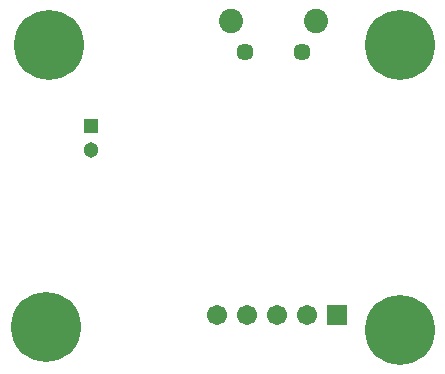
<source format=gbs>
G04*
G04 #@! TF.GenerationSoftware,Altium Limited,Altium Designer,22.5.1 (42)*
G04*
G04 Layer_Color=16711935*
%FSLAX25Y25*%
%MOIN*%
G70*
G04*
G04 #@! TF.SameCoordinates,96F4DE00-7DBF-44AA-9512-03554E38B811*
G04*
G04*
G04 #@! TF.FilePolarity,Negative*
G04*
G01*
G75*
%ADD25C,0.06706*%
%ADD26R,0.06706X0.06706*%
%ADD27C,0.08083*%
%ADD28C,0.05724*%
%ADD29C,0.05721*%
%ADD30C,0.23323*%
%ADD31R,0.05131X0.05131*%
%ADD32C,0.05131*%
D25*
X72000Y19000D02*
D03*
X82000D02*
D03*
X92000D02*
D03*
X102000D02*
D03*
D26*
X112000D02*
D03*
D27*
X105173Y117000D02*
D03*
X76827D02*
D03*
D28*
X81453Y106567D02*
D03*
D29*
X100547D02*
D03*
D30*
X16000Y109000D02*
D03*
X15000Y15000D02*
D03*
X133000Y14000D02*
D03*
Y109000D02*
D03*
D31*
X30000Y81874D02*
D03*
D32*
Y74000D02*
D03*
M02*

</source>
